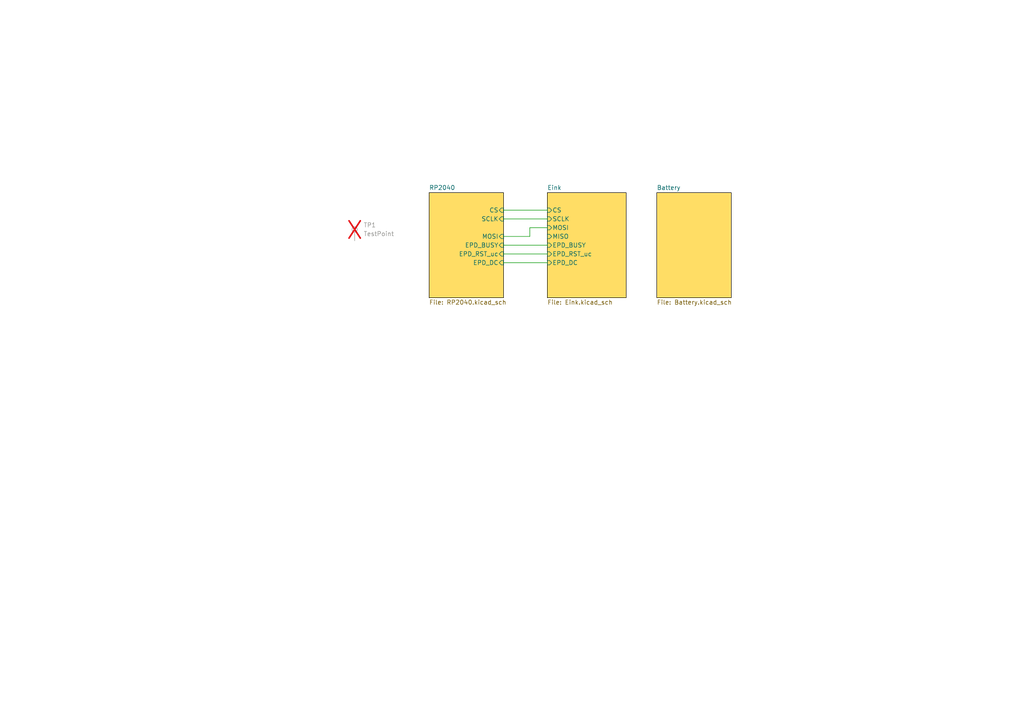
<source format=kicad_sch>
(kicad_sch (version 20231120) (generator "eeschema") (generator_version "8.0")
  (paper "A4")
  (lib_symbols
    (symbol "Connector:TestPoint" (pin_numbers hide) (pin_names (offset 0.762) hide)
      (property "Reference" "TP" (at 0 6.858 0))
      (property "Value" "TestPoint" (at 0 5.08 0))
      (symbol "TestPoint_0_1"
        (circle (center 0 3.302) (radius 0.762))
      )
      (symbol "TestPoint_1_1"
        (pin passive line (at 0 0 90) (length 2.54) (name "1") (number "1"))
      )
    )
  )
  (wire (pts (xy 146.05 76.2) (xy 158.75 76.2)))
  (wire (pts (xy 146.05 71.12) (xy 158.75 71.12)))
  (wire (pts (xy 146.05 63.5) (xy 158.75 63.5)))
  (wire (pts (xy 153.67 66.04) (xy 158.75 66.04)))
  (wire (pts (xy 146.05 60.96) (xy 158.75 60.96)))
  (wire (pts (xy 146.05 73.66) (xy 158.75 73.66)))
  (wire (pts (xy 146.05 68.58) (xy 153.67 68.58)))
  (wire (pts (xy 153.67 68.58) (xy 153.67 66.04)))
  (symbol (lib_id "Connector:TestPoint") (at 102.87 69.85 0) (unit 1) (dnp yes)
    (property "Reference" "TP1" (at 105.41 65.2779 0) (effects (justify left)))
    (property "Value" "TestPoint" (at 105.41 67.8179 0) (effects (justify left)))
    (property "Footprint" "Brammm:display" (effects (hide yes)))
    (property "Description" "test point" (effects (hide yes)))
    (property "MPN" "dnf" (effects (hide yes)))
  )
  (sheet (at 124.46 55.88) (size 21.59 30.48) (stroke (width 0.1524) (color 0 0 0 1)) (fill (color 255 221 101 1.0000))
    (property "Sheetname" "RP2040" (at 124.46 55.1684 0) (effects (justify left bottom)))
    (property "Sheetfile" "RP2040.kicad_sch" (at 124.46 86.9446 0) (effects (justify left top)))
    (pin "CS" input (at 146.05 60.96 0))
    (pin "SCLK" input (at 146.05 63.5 0))
    (pin "MOSI" input (at 146.05 68.58 0))
    (pin "EPD_DC" input (at 146.05 76.2 0))
    (pin "EPD_RST_uc" input (at 146.05 73.66 0))
    (pin "EPD_BUSY" input (at 146.05 71.12 0))
  )
  (sheet (at 158.75 55.88) (size 22.86 30.48) (stroke (width 0.1524) (color 0 0 0 1)) (fill (color 255 221 101 1.0000))
    (property "Sheetname" "Eink" (at 158.75 55.1684 0) (effects (justify left bottom)))
    (property "Sheetfile" "Eink.kicad_sch" (at 158.75 86.9446 0) (effects (justify left top)))
    (pin "CS" input (at 158.75 60.96 180))
    (pin "SCLK" input (at 158.75 63.5 180))
    (pin "MOSI" input (at 158.75 66.04 180))
    (pin "MISO" input (at 158.75 68.58 180))
    (pin "EPD_BUSY" input (at 158.75 71.12 180))
    (pin "EPD_RST_uc" input (at 158.75 73.66 180))
    (pin "EPD_DC" input (at 158.75 76.2 180))
  )
  (sheet (at 190.5 55.88) (size 21.59 30.48) (stroke (width 0.1524) (color 0 0 0 1)) (fill (color 255 221 101 1.0000))
    (property "Sheetname" "Battery" (at 190.5 55.1684 0) (effects (justify left bottom)))
    (property "Sheetfile" "Battery.kicad_sch" (at 190.5 86.9446 0) (effects (justify left top)))
  )
)
</source>
